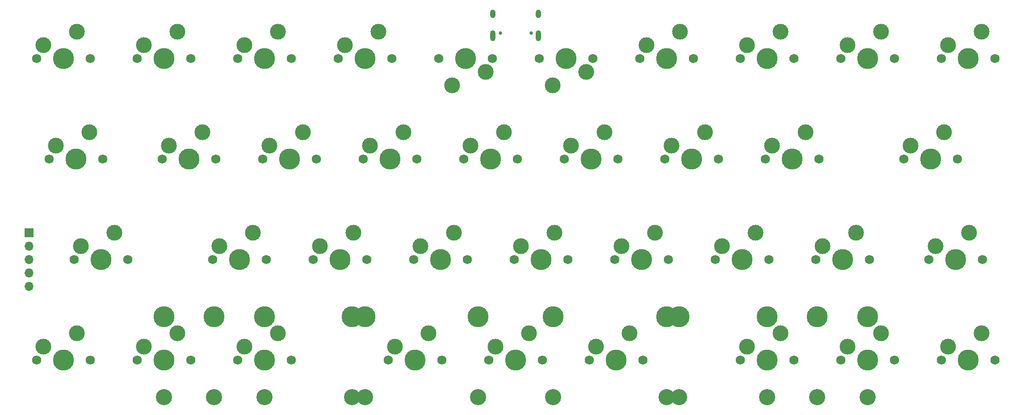
<source format=gts>
%TF.GenerationSoftware,KiCad,Pcbnew,7.0.6*%
%TF.CreationDate,2023-08-01T10:10:22-04:00*%
%TF.ProjectId,good-delivery,676f6f64-2d64-4656-9c69-766572792e6b,rev?*%
%TF.SameCoordinates,PX2d6b3a0PY7e9ae4e*%
%TF.FileFunction,Soldermask,Top*%
%TF.FilePolarity,Negative*%
%FSLAX46Y46*%
G04 Gerber Fmt 4.6, Leading zero omitted, Abs format (unit mm)*
G04 Created by KiCad (PCBNEW 7.0.6) date 2023-08-01 10:10:22*
%MOMM*%
%LPD*%
G01*
G04 APERTURE LIST*
%ADD10C,1.750000*%
%ADD11C,3.000000*%
%ADD12C,3.987800*%
%ADD13C,3.048000*%
%ADD14R,1.700000X1.700000*%
%ADD15O,1.700000X1.700000*%
%ADD16C,0.650000*%
%ADD17O,1.000000X1.600000*%
%ADD18O,1.000000X2.100000*%
G04 APERTURE END LIST*
D10*
%TO.C,MX11*%
X37782524Y28575168D03*
D11*
X39052524Y31115168D03*
D12*
X42862524Y28575168D03*
D11*
X45402524Y33655168D03*
D10*
X47942524Y28575168D03*
%TD*%
%TO.C,MX33*%
X152082524Y28575168D03*
D11*
X153352524Y31115168D03*
D12*
X157162524Y28575168D03*
D11*
X159702524Y33655168D03*
D10*
X162242524Y28575168D03*
%TD*%
%TO.C,MX21*%
X104457524Y47625168D03*
D11*
X105727524Y50165168D03*
D12*
X109537524Y47625168D03*
D11*
X112077524Y52705168D03*
D10*
X114617524Y47625168D03*
%TD*%
%TO.C,MX3*%
X11588774Y28575168D03*
D11*
X12858774Y31115168D03*
D12*
X16668774Y28575168D03*
D11*
X19208774Y33655168D03*
D10*
X21748774Y28575168D03*
%TD*%
%TO.C,MX7*%
X28257524Y47625168D03*
D11*
X29527524Y50165168D03*
D12*
X33337524Y47625168D03*
D11*
X35877524Y52705168D03*
D10*
X38417524Y47625168D03*
%TD*%
%TO.C,MX8*%
X23495024Y9525168D03*
D11*
X24765024Y12065168D03*
D12*
X28575024Y9525168D03*
D11*
X31115024Y14605168D03*
D10*
X33655024Y9525168D03*
%TD*%
%TO.C,MX12*%
X42545024Y9525168D03*
D11*
X43815024Y12065168D03*
D12*
X47625024Y9525168D03*
D11*
X50165024Y14605168D03*
D10*
X52705024Y9525168D03*
%TD*%
%TO.C,MX15*%
X56832524Y28575168D03*
D11*
X58102524Y31115168D03*
D12*
X61912524Y28575168D03*
D11*
X64452524Y33655168D03*
D10*
X66992524Y28575168D03*
%TD*%
%TO.C,MX24*%
X118745024Y66675168D03*
D11*
X120015024Y69215168D03*
D12*
X123825024Y66675168D03*
D11*
X126365024Y71755168D03*
D10*
X128905024Y66675168D03*
%TD*%
D12*
%TO.C,MX27*%
X102362024Y17780168D03*
D13*
X102362024Y2540168D03*
D10*
X109220024Y9525168D03*
D11*
X110490024Y12065168D03*
D12*
X114300024Y9525168D03*
D11*
X116840024Y14605168D03*
D10*
X119380024Y9525168D03*
D12*
X126238024Y17780168D03*
D13*
X126238024Y2540168D03*
%TD*%
D10*
%TO.C,MX6*%
X23495024Y66675168D03*
D11*
X24765024Y69215168D03*
D12*
X28575024Y66675168D03*
D11*
X31115024Y71755168D03*
D10*
X33655024Y66675168D03*
%TD*%
%TO.C,MX14*%
X66357524Y47625168D03*
D11*
X67627524Y50165168D03*
D12*
X71437524Y47625168D03*
D11*
X73977524Y52705168D03*
D10*
X76517524Y47625168D03*
%TD*%
%TO.C,MX37*%
X173513774Y28575168D03*
D11*
X174783774Y31115168D03*
D12*
X178593774Y28575168D03*
D11*
X181133774Y33655168D03*
D10*
X183673774Y28575168D03*
%TD*%
%TO.C,MX29*%
X142557524Y47625168D03*
D11*
X143827524Y50165168D03*
D12*
X147637524Y47625168D03*
D11*
X150177524Y52705168D03*
D10*
X152717524Y47625168D03*
%TD*%
%TO.C,MX16*%
X90805024Y66675168D03*
D11*
X89535024Y64135168D03*
D12*
X85725024Y66675168D03*
D11*
X83185024Y61595168D03*
D10*
X80645024Y66675168D03*
%TD*%
%TO.C,MX17*%
X85407524Y47625168D03*
D11*
X86677524Y50165168D03*
D12*
X90487524Y47625168D03*
D11*
X93027524Y52705168D03*
D10*
X95567524Y47625168D03*
%TD*%
%TO.C,MX13*%
X61595024Y66675168D03*
D11*
X62865024Y69215168D03*
D12*
X66675024Y66675168D03*
D11*
X69215024Y71755168D03*
D10*
X71755024Y66675168D03*
%TD*%
D12*
%TO.C,MX23*%
X28575240Y17780024D03*
D13*
X28575240Y2540024D03*
D12*
X38100240Y17780024D03*
D13*
X38100240Y2540024D03*
D12*
X47625240Y17780024D03*
D13*
X47625240Y2540024D03*
D12*
X66675240Y17780024D03*
D13*
X66675240Y2540024D03*
D10*
X90170240Y9525024D03*
D11*
X91440240Y12065024D03*
D12*
X95250240Y9525024D03*
D11*
X97790240Y14605024D03*
D10*
X100330240Y9525024D03*
D12*
X123825240Y17780024D03*
D13*
X123825240Y2540024D03*
D12*
X142875240Y17780024D03*
D13*
X142875240Y2540024D03*
D12*
X152400240Y17780024D03*
D13*
X152400240Y2540024D03*
D12*
X161925240Y17780024D03*
D13*
X161925240Y2540024D03*
%TD*%
D10*
%TO.C,MX26*%
X113982524Y28575168D03*
D11*
X115252524Y31115168D03*
D12*
X119062524Y28575168D03*
D11*
X121602524Y33655168D03*
D10*
X124142524Y28575168D03*
%TD*%
%TO.C,MX18*%
X75882524Y28575168D03*
D11*
X77152524Y31115168D03*
D12*
X80962524Y28575168D03*
D11*
X83502524Y33655168D03*
D10*
X86042524Y28575168D03*
%TD*%
%TO.C,MX38*%
X175895024Y9525168D03*
D11*
X177165024Y12065168D03*
D12*
X180975024Y9525168D03*
D11*
X183515024Y14605168D03*
D10*
X186055024Y9525168D03*
%TD*%
%TO.C,MX2*%
X6826274Y47625168D03*
D11*
X8096274Y50165168D03*
D12*
X11906274Y47625168D03*
D11*
X14446274Y52705168D03*
D10*
X16986274Y47625168D03*
%TD*%
%TO.C,MX35*%
X175895024Y66675168D03*
D11*
X177165024Y69215168D03*
D12*
X180975024Y66675168D03*
D11*
X183515024Y71755168D03*
D10*
X186055024Y66675168D03*
%TD*%
%TO.C,MX1*%
X4445024Y66675168D03*
D11*
X5715024Y69215168D03*
D12*
X9525024Y66675168D03*
D11*
X12065024Y71755168D03*
D10*
X14605024Y66675168D03*
%TD*%
D14*
%TO.C,J2*%
X2976570Y33650072D03*
D15*
X2976570Y31110072D03*
X2976570Y28570072D03*
X2976570Y26030072D03*
X2976570Y23490072D03*
%TD*%
D10*
%TO.C,MX36*%
X168751274Y47625168D03*
D11*
X170021274Y50165168D03*
D12*
X173831274Y47625168D03*
D11*
X176371274Y52705168D03*
D10*
X178911274Y47625168D03*
%TD*%
%TO.C,MX28*%
X137795024Y66675168D03*
D11*
X139065024Y69215168D03*
D12*
X142875024Y66675168D03*
D11*
X145415024Y71755168D03*
D10*
X147955024Y66675168D03*
%TD*%
D12*
%TO.C,MX19*%
X64262024Y17780168D03*
D13*
X64262024Y2540168D03*
D10*
X71120024Y9525168D03*
D11*
X72390024Y12065168D03*
D12*
X76200024Y9525168D03*
D11*
X78740024Y14605168D03*
D10*
X81280024Y9525168D03*
D12*
X88138024Y17780168D03*
D13*
X88138024Y2540168D03*
%TD*%
D10*
%TO.C,MX4*%
X4445024Y9525168D03*
D11*
X5715024Y12065168D03*
D12*
X9525024Y9525168D03*
D11*
X12065024Y14605168D03*
D10*
X14605024Y9525168D03*
%TD*%
%TO.C,MX32*%
X156845024Y66675168D03*
D11*
X158115024Y69215168D03*
D12*
X161925024Y66675168D03*
D11*
X164465024Y71755168D03*
D10*
X167005024Y66675168D03*
%TD*%
%TO.C,MX31*%
X137795024Y9525168D03*
D11*
X139065024Y12065168D03*
D12*
X142875024Y9525168D03*
D11*
X145415024Y14605168D03*
D10*
X147955024Y9525168D03*
%TD*%
%TO.C,MX9*%
X42545024Y66675168D03*
D11*
X43815024Y69215168D03*
D12*
X47625024Y66675168D03*
D11*
X50165024Y71755168D03*
D10*
X52705024Y66675168D03*
%TD*%
%TO.C,MX34*%
X156845024Y9525168D03*
D11*
X158115024Y12065168D03*
D12*
X161925024Y9525168D03*
D11*
X164465024Y14605168D03*
D10*
X167005024Y9525168D03*
%TD*%
%TO.C,MX22*%
X94932524Y28575168D03*
D11*
X96202524Y31115168D03*
D12*
X100012524Y28575168D03*
D11*
X102552524Y33655168D03*
D10*
X105092524Y28575168D03*
%TD*%
%TO.C,MX30*%
X133032524Y28575168D03*
D11*
X134302524Y31115168D03*
D12*
X138112524Y28575168D03*
D11*
X140652524Y33655168D03*
D10*
X143192524Y28575168D03*
%TD*%
%TO.C,MX20*%
X109855024Y66675168D03*
D11*
X108585024Y64135168D03*
D12*
X104775024Y66675168D03*
D11*
X102235024Y61595168D03*
D10*
X99695024Y66675168D03*
%TD*%
%TO.C,MX10*%
X47307524Y47625168D03*
D11*
X48577524Y50165168D03*
D12*
X52387524Y47625168D03*
D11*
X54927524Y52705168D03*
D10*
X57467524Y47625168D03*
%TD*%
%TO.C,MX25*%
X123507524Y47625168D03*
D11*
X124777524Y50165168D03*
D12*
X128587524Y47625168D03*
D11*
X131127524Y52705168D03*
D10*
X133667524Y47625168D03*
%TD*%
D16*
%TO.C,J3*%
X92360240Y71516593D03*
X98140240Y71516593D03*
D17*
X90930240Y75166593D03*
D18*
X90930240Y70986593D03*
D17*
X99570240Y75166593D03*
D18*
X99570240Y70986593D03*
%TD*%
M02*

</source>
